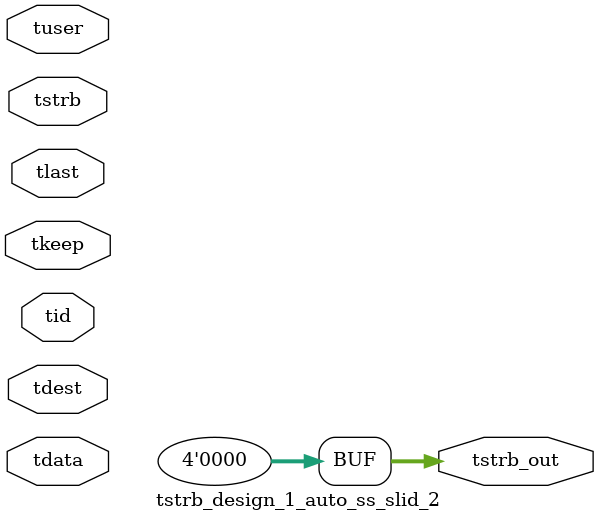
<source format=v>


`timescale 1ps/1ps

module tstrb_design_1_auto_ss_slid_2 #
(
parameter C_S_AXIS_TDATA_WIDTH = 32,
parameter C_S_AXIS_TUSER_WIDTH = 0,
parameter C_S_AXIS_TID_WIDTH   = 0,
parameter C_S_AXIS_TDEST_WIDTH = 0,
parameter C_M_AXIS_TDATA_WIDTH = 32
)
(
input  [(C_S_AXIS_TDATA_WIDTH == 0 ? 1 : C_S_AXIS_TDATA_WIDTH)-1:0     ] tdata,
input  [(C_S_AXIS_TUSER_WIDTH == 0 ? 1 : C_S_AXIS_TUSER_WIDTH)-1:0     ] tuser,
input  [(C_S_AXIS_TID_WIDTH   == 0 ? 1 : C_S_AXIS_TID_WIDTH)-1:0       ] tid,
input  [(C_S_AXIS_TDEST_WIDTH == 0 ? 1 : C_S_AXIS_TDEST_WIDTH)-1:0     ] tdest,
input  [(C_S_AXIS_TDATA_WIDTH/8)-1:0 ] tkeep,
input  [(C_S_AXIS_TDATA_WIDTH/8)-1:0 ] tstrb,
input                                                                    tlast,
output [(C_M_AXIS_TDATA_WIDTH/8)-1:0 ] tstrb_out
);

assign tstrb_out = {1'b0};

endmodule


</source>
